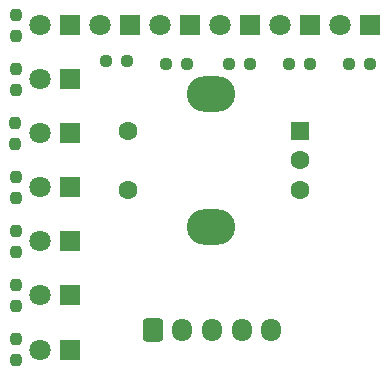
<source format=gbr>
%TF.GenerationSoftware,KiCad,Pcbnew,8.0.1+1*%
%TF.CreationDate,2024-05-08T14:56:33-06:00*%
%TF.ProjectId,encoder-to-i2c-tssop20.kicad_pro,656e636f-6465-4722-9d74-6f2d6932632d,rev?*%
%TF.SameCoordinates,Original*%
%TF.FileFunction,Soldermask,Bot*%
%TF.FilePolarity,Negative*%
%FSLAX46Y46*%
G04 Gerber Fmt 4.6, Leading zero omitted, Abs format (unit mm)*
G04 Created by KiCad (PCBNEW 8.0.1+1) date 2024-05-08 14:56:33*
%MOMM*%
%LPD*%
G01*
G04 APERTURE LIST*
G04 Aperture macros list*
%AMRoundRect*
0 Rectangle with rounded corners*
0 $1 Rounding radius*
0 $2 $3 $4 $5 $6 $7 $8 $9 X,Y pos of 4 corners*
0 Add a 4 corners polygon primitive as box body*
4,1,4,$2,$3,$4,$5,$6,$7,$8,$9,$2,$3,0*
0 Add four circle primitives for the rounded corners*
1,1,$1+$1,$2,$3*
1,1,$1+$1,$4,$5*
1,1,$1+$1,$6,$7*
1,1,$1+$1,$8,$9*
0 Add four rect primitives between the rounded corners*
20,1,$1+$1,$2,$3,$4,$5,0*
20,1,$1+$1,$4,$5,$6,$7,0*
20,1,$1+$1,$6,$7,$8,$9,0*
20,1,$1+$1,$8,$9,$2,$3,0*%
G04 Aperture macros list end*
%ADD10RoundRect,0.250000X-0.600000X-0.725000X0.600000X-0.725000X0.600000X0.725000X-0.600000X0.725000X0*%
%ADD11O,1.700000X1.950000*%
%ADD12RoundRect,0.237500X0.250000X0.237500X-0.250000X0.237500X-0.250000X-0.237500X0.250000X-0.237500X0*%
%ADD13R,1.800000X1.800000*%
%ADD14C,1.800000*%
%ADD15RoundRect,0.237500X-0.237500X0.250000X-0.237500X-0.250000X0.237500X-0.250000X0.237500X0.250000X0*%
%ADD16RoundRect,0.250000X0.550000X0.550000X-0.550000X0.550000X-0.550000X-0.550000X0.550000X-0.550000X0*%
%ADD17C,1.600000*%
%ADD18O,4.100000X3.000000*%
G04 APERTURE END LIST*
D10*
%TO.C,J1*%
X41811500Y-65174000D03*
D11*
X44311500Y-65174000D03*
X46811500Y-65174000D03*
X49311500Y-65174000D03*
X51811500Y-65174000D03*
%TD*%
D12*
%TO.C,R11*%
X50038000Y-42672000D03*
X48213000Y-42672000D03*
%TD*%
%TO.C,R12*%
X44704000Y-42672000D03*
X42879000Y-42672000D03*
%TD*%
D13*
%TO.C,D2*%
X55123000Y-39370000D03*
D14*
X52583000Y-39370000D03*
%TD*%
D12*
%TO.C,R10*%
X55118000Y-42672000D03*
X53293000Y-42672000D03*
%TD*%
%TO.C,R9*%
X60198000Y-42672000D03*
X58373000Y-42672000D03*
%TD*%
D15*
%TO.C,R16*%
X30124900Y-47601500D03*
X30124900Y-49426500D03*
%TD*%
%TO.C,R17*%
X30237900Y-52173500D03*
X30237900Y-53998500D03*
%TD*%
%TO.C,R18*%
X30237900Y-56745500D03*
X30237900Y-58570500D03*
%TD*%
D13*
%TO.C,D1*%
X60198000Y-39370000D03*
D14*
X57658000Y-39370000D03*
%TD*%
D16*
%TO.C,SW1*%
X54240000Y-48300000D03*
D17*
X54240000Y-53300000D03*
X54240000Y-50800000D03*
X39740000Y-48300000D03*
X39740000Y-53300000D03*
D18*
X46740000Y-56400000D03*
X46740000Y-45200000D03*
%TD*%
D13*
%TO.C,D10*%
X34798000Y-57658000D03*
D14*
X32258000Y-57658000D03*
%TD*%
D13*
%TO.C,D4*%
X44958000Y-39370000D03*
D14*
X42418000Y-39370000D03*
%TD*%
D15*
%TO.C,R14*%
X30237900Y-38457500D03*
X30237900Y-40282500D03*
%TD*%
%TO.C,R15*%
X30237900Y-43029500D03*
X30237900Y-44854500D03*
%TD*%
D13*
%TO.C,D9*%
X34798000Y-53086000D03*
D14*
X32258000Y-53086000D03*
%TD*%
D15*
%TO.C,R19*%
X30237900Y-61317500D03*
X30237900Y-63142500D03*
%TD*%
D12*
%TO.C,R13*%
X39624000Y-42418000D03*
X37799000Y-42418000D03*
%TD*%
D13*
%TO.C,D3*%
X50038000Y-39370000D03*
D14*
X47498000Y-39370000D03*
%TD*%
D13*
%TO.C,D5*%
X39878000Y-39370000D03*
D14*
X37338000Y-39370000D03*
%TD*%
D13*
%TO.C,D8*%
X34798000Y-48514000D03*
D14*
X32258000Y-48514000D03*
%TD*%
D13*
%TO.C,D7*%
X34798000Y-43942000D03*
D14*
X32258000Y-43942000D03*
%TD*%
D13*
%TO.C,D11*%
X34798000Y-62230000D03*
D14*
X32258000Y-62230000D03*
%TD*%
D13*
%TO.C,D6*%
X34798000Y-39370000D03*
D14*
X32258000Y-39370000D03*
%TD*%
D15*
%TO.C,R20*%
X30226000Y-65901500D03*
X30226000Y-67726500D03*
%TD*%
D13*
%TO.C,D12*%
X34786100Y-66814000D03*
D14*
X32246100Y-66814000D03*
%TD*%
M02*

</source>
